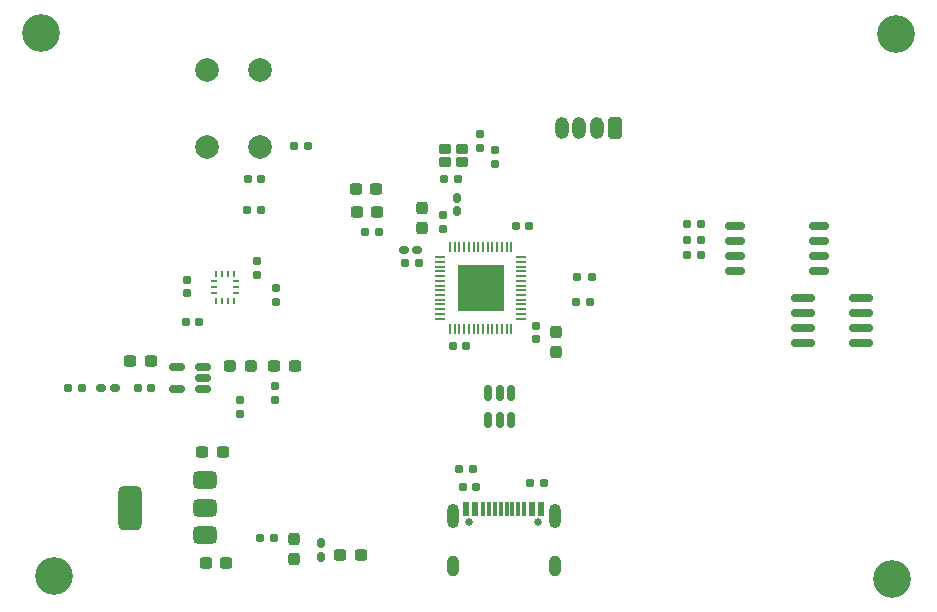
<source format=gbr>
%TF.GenerationSoftware,KiCad,Pcbnew,9.0.2*%
%TF.CreationDate,2025-08-14T15:26:00-05:00*%
%TF.ProjectId,ESP_32_sens,4553505f-3332-45f7-9365-6e732e6b6963,rev?*%
%TF.SameCoordinates,Original*%
%TF.FileFunction,Soldermask,Top*%
%TF.FilePolarity,Negative*%
%FSLAX46Y46*%
G04 Gerber Fmt 4.6, Leading zero omitted, Abs format (unit mm)*
G04 Created by KiCad (PCBNEW 9.0.2) date 2025-08-14 15:26:00*
%MOMM*%
%LPD*%
G01*
G04 APERTURE LIST*
G04 Aperture macros list*
%AMRoundRect*
0 Rectangle with rounded corners*
0 $1 Rounding radius*
0 $2 $3 $4 $5 $6 $7 $8 $9 X,Y pos of 4 corners*
0 Add a 4 corners polygon primitive as box body*
4,1,4,$2,$3,$4,$5,$6,$7,$8,$9,$2,$3,0*
0 Add four circle primitives for the rounded corners*
1,1,$1+$1,$2,$3*
1,1,$1+$1,$4,$5*
1,1,$1+$1,$6,$7*
1,1,$1+$1,$8,$9*
0 Add four rect primitives between the rounded corners*
20,1,$1+$1,$2,$3,$4,$5,0*
20,1,$1+$1,$4,$5,$6,$7,0*
20,1,$1+$1,$6,$7,$8,$9,0*
20,1,$1+$1,$8,$9,$2,$3,0*%
G04 Aperture macros list end*
%ADD10C,3.200000*%
%ADD11RoundRect,0.160000X0.197500X0.160000X-0.197500X0.160000X-0.197500X-0.160000X0.197500X-0.160000X0*%
%ADD12O,1.000000X1.800000*%
%ADD13O,1.000000X2.100000*%
%ADD14R,0.600000X1.240000*%
%ADD15R,0.300000X1.240000*%
%ADD16C,0.650000*%
%ADD17RoundRect,0.160000X-0.197500X-0.160000X0.197500X-0.160000X0.197500X0.160000X-0.197500X0.160000X0*%
%ADD18RoundRect,0.155000X-0.212500X-0.155000X0.212500X-0.155000X0.212500X0.155000X-0.212500X0.155000X0*%
%ADD19RoundRect,0.160000X0.160000X-0.197500X0.160000X0.197500X-0.160000X0.197500X-0.160000X-0.197500X0*%
%ADD20RoundRect,0.160000X-0.160000X0.197500X-0.160000X-0.197500X0.160000X-0.197500X0.160000X0.197500X0*%
%ADD21RoundRect,0.160000X-0.160000X0.222500X-0.160000X-0.222500X0.160000X-0.222500X0.160000X0.222500X0*%
%ADD22RoundRect,0.162500X0.650000X0.162500X-0.650000X0.162500X-0.650000X-0.162500X0.650000X-0.162500X0*%
%ADD23RoundRect,0.155000X-0.155000X0.212500X-0.155000X-0.212500X0.155000X-0.212500X0.155000X0.212500X0*%
%ADD24RoundRect,0.150000X0.512500X0.150000X-0.512500X0.150000X-0.512500X-0.150000X0.512500X-0.150000X0*%
%ADD25RoundRect,0.155000X0.212500X0.155000X-0.212500X0.155000X-0.212500X-0.155000X0.212500X-0.155000X0*%
%ADD26RoundRect,0.237500X-0.300000X-0.237500X0.300000X-0.237500X0.300000X0.237500X-0.300000X0.237500X0*%
%ADD27RoundRect,0.160000X0.160000X-0.222500X0.160000X0.222500X-0.160000X0.222500X-0.160000X-0.222500X0*%
%ADD28C,2.000000*%
%ADD29RoundRect,0.160000X-0.222500X-0.160000X0.222500X-0.160000X0.222500X0.160000X-0.222500X0.160000X0*%
%ADD30RoundRect,0.050000X-0.350000X-0.050000X0.350000X-0.050000X0.350000X0.050000X-0.350000X0.050000X0*%
%ADD31RoundRect,0.050000X-0.050000X-0.350000X0.050000X-0.350000X0.050000X0.350000X-0.050000X0.350000X0*%
%ADD32R,4.000000X4.000000*%
%ADD33RoundRect,0.375000X0.625000X0.375000X-0.625000X0.375000X-0.625000X-0.375000X0.625000X-0.375000X0*%
%ADD34RoundRect,0.500000X0.500000X1.400000X-0.500000X1.400000X-0.500000X-1.400000X0.500000X-1.400000X0*%
%ADD35RoundRect,0.155000X0.155000X-0.212500X0.155000X0.212500X-0.155000X0.212500X-0.155000X-0.212500X0*%
%ADD36RoundRect,0.237500X-0.237500X0.300000X-0.237500X-0.300000X0.237500X-0.300000X0.237500X0.300000X0*%
%ADD37RoundRect,0.237500X0.237500X-0.300000X0.237500X0.300000X-0.237500X0.300000X-0.237500X-0.300000X0*%
%ADD38R,0.254000X0.482600*%
%ADD39R,0.482600X0.254000*%
%ADD40RoundRect,0.250000X0.335000X0.685000X-0.335000X0.685000X-0.335000X-0.685000X0.335000X-0.685000X0*%
%ADD41O,1.170000X1.870000*%
%ADD42RoundRect,0.237500X0.300000X0.237500X-0.300000X0.237500X-0.300000X-0.237500X0.300000X-0.237500X0*%
%ADD43RoundRect,0.237500X-0.287500X-0.237500X0.287500X-0.237500X0.287500X0.237500X-0.287500X0.237500X0*%
%ADD44RoundRect,0.150000X0.825000X0.150000X-0.825000X0.150000X-0.825000X-0.150000X0.825000X-0.150000X0*%
%ADD45RoundRect,0.102000X-0.373000X-0.323000X0.373000X-0.323000X0.373000X0.323000X-0.373000X0.323000X0*%
%ADD46RoundRect,0.150000X0.150000X-0.512500X0.150000X0.512500X-0.150000X0.512500X-0.150000X-0.512500X0*%
G04 APERTURE END LIST*
D10*
%TO.C,H3*%
X172500000Y-76200000D03*
%TD*%
D11*
%TO.C,R11*%
X136647500Y-113040000D03*
X135452500Y-113040000D03*
%TD*%
D12*
%TO.C,J3*%
X143570000Y-121215000D03*
D13*
X143570000Y-117015000D03*
D12*
X134930000Y-121215000D03*
D13*
X134930000Y-117015000D03*
D14*
X136050000Y-116415000D03*
X136850000Y-116415000D03*
D15*
X137500000Y-116415000D03*
X138500000Y-116415000D03*
X140000000Y-116415000D03*
X141000000Y-116415000D03*
D14*
X141650000Y-116415000D03*
X142450000Y-116415000D03*
X142450000Y-116415000D03*
X141650000Y-116415000D03*
D15*
X140500000Y-116415000D03*
X139500000Y-116415000D03*
X139000000Y-116415000D03*
X138000000Y-116415000D03*
D14*
X136850000Y-116415000D03*
X136050000Y-116415000D03*
D16*
X142140000Y-117535000D03*
X136360000Y-117535000D03*
%TD*%
D17*
%TO.C,R10*%
X142647500Y-114240000D03*
X141452500Y-114240000D03*
%TD*%
D18*
%TO.C,C25*%
X136917500Y-114565000D03*
X135782500Y-114565000D03*
%TD*%
D19*
%TO.C,R15*%
X120000000Y-98897500D03*
X120000000Y-97702500D03*
%TD*%
D20*
%TO.C,R12*%
X119900000Y-106002500D03*
X119900000Y-107197500D03*
%TD*%
D21*
%TO.C,L2*%
X135320000Y-90047500D03*
X135320000Y-91192500D03*
%TD*%
D22*
%TO.C,U2*%
X165987500Y-96305000D03*
X165987500Y-95035000D03*
X165987500Y-93765000D03*
X165987500Y-92495000D03*
X158812500Y-92495000D03*
X158812500Y-93765000D03*
X158812500Y-95035000D03*
X158812500Y-96305000D03*
%TD*%
D17*
%TO.C,R7*%
X117502500Y-91100000D03*
X118697500Y-91100000D03*
%TD*%
D23*
%TO.C,C8*%
X142030000Y-100882500D03*
X142030000Y-102017500D03*
%TD*%
D24*
%TO.C,U7*%
X113837500Y-106250000D03*
X113837500Y-105300000D03*
X113837500Y-104350000D03*
X111562500Y-104350000D03*
X111562500Y-106250000D03*
%TD*%
D25*
%TO.C,C17*%
X118700000Y-88500000D03*
X117565000Y-88500000D03*
%TD*%
D10*
%TO.C,H1*%
X101200000Y-122100000D03*
%TD*%
D26*
%TO.C,C21*%
X113737500Y-111600000D03*
X115462500Y-111600000D03*
%TD*%
D27*
%TO.C,L5*%
X123800000Y-120445000D03*
X123800000Y-119300000D03*
%TD*%
D18*
%TO.C,C10*%
X140272500Y-92490000D03*
X141407500Y-92490000D03*
%TD*%
D17*
%TO.C,R1*%
X154802500Y-92300000D03*
X155997500Y-92300000D03*
%TD*%
D10*
%TO.C,H2*%
X100100000Y-76100000D03*
%TD*%
D11*
%TO.C,R9*%
X119795000Y-118900000D03*
X118600000Y-118900000D03*
%TD*%
D17*
%TO.C,R2*%
X145502500Y-96800000D03*
X146697500Y-96800000D03*
%TD*%
D20*
%TO.C,R13*%
X116900000Y-107200000D03*
X116900000Y-108395000D03*
%TD*%
D23*
%TO.C,C13*%
X112400000Y-97032500D03*
X112400000Y-98167500D03*
%TD*%
D11*
%TO.C,R14*%
X103570000Y-106200000D03*
X102375000Y-106200000D03*
%TD*%
D28*
%TO.C,SW1*%
X118650000Y-79250000D03*
X118650000Y-85750000D03*
X114150000Y-79250000D03*
X114150000Y-85750000D03*
%TD*%
D26*
%TO.C,C20*%
X114037500Y-121000000D03*
X115762500Y-121000000D03*
%TD*%
D29*
%TO.C,D2*%
X105200000Y-106200000D03*
X106345000Y-106200000D03*
%TD*%
D26*
%TO.C,C6*%
X126737500Y-89300000D03*
X128462500Y-89300000D03*
%TD*%
D30*
%TO.C,U1*%
X133850000Y-95100000D03*
X133850000Y-95500000D03*
X133850000Y-95900000D03*
X133850000Y-96300000D03*
X133850000Y-96700000D03*
X133850000Y-97100000D03*
X133850000Y-97500000D03*
X133850000Y-97900000D03*
X133850000Y-98300000D03*
X133850000Y-98700000D03*
X133850000Y-99100000D03*
X133850000Y-99500000D03*
X133850000Y-99900000D03*
X133850000Y-100300000D03*
D31*
X134700000Y-101150000D03*
X135100000Y-101150000D03*
X135500000Y-101150000D03*
X135900000Y-101150000D03*
X136300000Y-101150000D03*
X136700000Y-101150000D03*
X137100000Y-101150000D03*
X137500000Y-101150000D03*
X137900000Y-101150000D03*
X138300000Y-101150000D03*
X138700000Y-101150000D03*
X139100000Y-101150000D03*
X139500000Y-101150000D03*
X139900000Y-101150000D03*
D30*
X140750000Y-100300000D03*
X140750000Y-99900000D03*
X140750000Y-99500000D03*
X140750000Y-99100000D03*
X140750000Y-98700000D03*
X140750000Y-98300000D03*
X140750000Y-97900000D03*
X140750000Y-97500000D03*
X140750000Y-97100000D03*
X140750000Y-96700000D03*
X140750000Y-96300000D03*
X140750000Y-95900000D03*
X140750000Y-95500000D03*
X140750000Y-95100000D03*
D31*
X139900000Y-94250000D03*
X139500000Y-94250000D03*
X139100000Y-94250000D03*
X138700000Y-94250000D03*
X138300000Y-94250000D03*
X137900000Y-94250000D03*
X137500000Y-94250000D03*
X137100000Y-94250000D03*
X136700000Y-94250000D03*
X136300000Y-94250000D03*
X135900000Y-94250000D03*
X135500000Y-94250000D03*
X135100000Y-94250000D03*
X134700000Y-94250000D03*
D32*
X137300000Y-97700000D03*
%TD*%
D18*
%TO.C,C4*%
X127532500Y-93000000D03*
X128667500Y-93000000D03*
%TD*%
D19*
%TO.C,R8*%
X138540000Y-87197500D03*
X138540000Y-86002500D03*
%TD*%
D33*
%TO.C,U5*%
X113950000Y-118600000D03*
X113950000Y-116300000D03*
D34*
X107650000Y-116300000D03*
D33*
X113950000Y-114000000D03*
%TD*%
D17*
%TO.C,R3*%
X154802500Y-93600000D03*
X155997500Y-93600000D03*
%TD*%
%TO.C,R4*%
X145405000Y-98900000D03*
X146600000Y-98900000D03*
%TD*%
D35*
%TO.C,C2*%
X134100000Y-92667500D03*
X134100000Y-91532500D03*
%TD*%
D36*
%TO.C,C19*%
X121500000Y-118937500D03*
X121500000Y-120662500D03*
%TD*%
D37*
%TO.C,C1*%
X132300000Y-92662500D03*
X132300000Y-90937500D03*
%TD*%
D38*
%TO.C,U4*%
X116400000Y-96488600D03*
X115899999Y-96488600D03*
X115399999Y-96488600D03*
X114899998Y-96488600D03*
D39*
X114735599Y-97144301D03*
X114735599Y-97644300D03*
X114735599Y-98144299D03*
D38*
X114899998Y-98800000D03*
X115399999Y-98800000D03*
X115899999Y-98800000D03*
X116400000Y-98800000D03*
D39*
X116564399Y-98144299D03*
X116564399Y-97644300D03*
X116564399Y-97144301D03*
%TD*%
D40*
%TO.C,J4*%
X148660000Y-84150000D03*
D41*
X147160000Y-84150000D03*
X145660000Y-84150000D03*
X144160000Y-84150000D03*
%TD*%
D26*
%TO.C,C5*%
X126837500Y-91300000D03*
X128562500Y-91300000D03*
%TD*%
D42*
%TO.C,C22*%
X109362500Y-103900000D03*
X107637500Y-103900000D03*
%TD*%
D29*
%TO.C,L1*%
X130795000Y-94500000D03*
X131940000Y-94500000D03*
%TD*%
D11*
%TO.C,R6*%
X122695000Y-85700000D03*
X121500000Y-85700000D03*
%TD*%
D20*
%TO.C,R16*%
X118400000Y-95402500D03*
X118400000Y-96597500D03*
%TD*%
D26*
%TO.C,C23*%
X119837500Y-104300000D03*
X121562500Y-104300000D03*
%TD*%
D18*
%TO.C,C24*%
X108300000Y-106200000D03*
X109435000Y-106200000D03*
%TD*%
%TO.C,C3*%
X130932500Y-95600000D03*
X132067500Y-95600000D03*
%TD*%
D35*
%TO.C,C11*%
X137280000Y-85827500D03*
X137280000Y-84692500D03*
%TD*%
D26*
%TO.C,C18*%
X125437500Y-120272500D03*
X127162500Y-120272500D03*
%TD*%
D18*
%TO.C,C14*%
X112332500Y-100600000D03*
X113467500Y-100600000D03*
%TD*%
D36*
%TO.C,C9*%
X143700000Y-101387500D03*
X143700000Y-103112500D03*
%TD*%
D25*
%TO.C,C7*%
X136067500Y-102600000D03*
X134932500Y-102600000D03*
%TD*%
D18*
%TO.C,C12*%
X134232500Y-88500000D03*
X135367500Y-88500000D03*
%TD*%
D43*
%TO.C,L6*%
X116125000Y-104300000D03*
X117875000Y-104300000D03*
%TD*%
D44*
%TO.C,U3*%
X169515000Y-102365000D03*
X169515000Y-101095000D03*
X169515000Y-99825000D03*
X169515000Y-98555000D03*
X164565000Y-98555000D03*
X164565000Y-99825000D03*
X164565000Y-101095000D03*
X164565000Y-102365000D03*
%TD*%
D17*
%TO.C,R5*%
X154805000Y-94900000D03*
X156000000Y-94900000D03*
%TD*%
D45*
%TO.C,Y1*%
X134275000Y-87075000D03*
X135725000Y-87075000D03*
X135725000Y-85925000D03*
X134275000Y-85925000D03*
%TD*%
D46*
%TO.C,U6*%
X137960000Y-108872500D03*
X138910000Y-108872500D03*
X139860000Y-108872500D03*
X139860000Y-106597500D03*
X138910000Y-106597500D03*
X137960000Y-106597500D03*
%TD*%
D10*
%TO.C,H4*%
X172100000Y-122300000D03*
%TD*%
M02*

</source>
